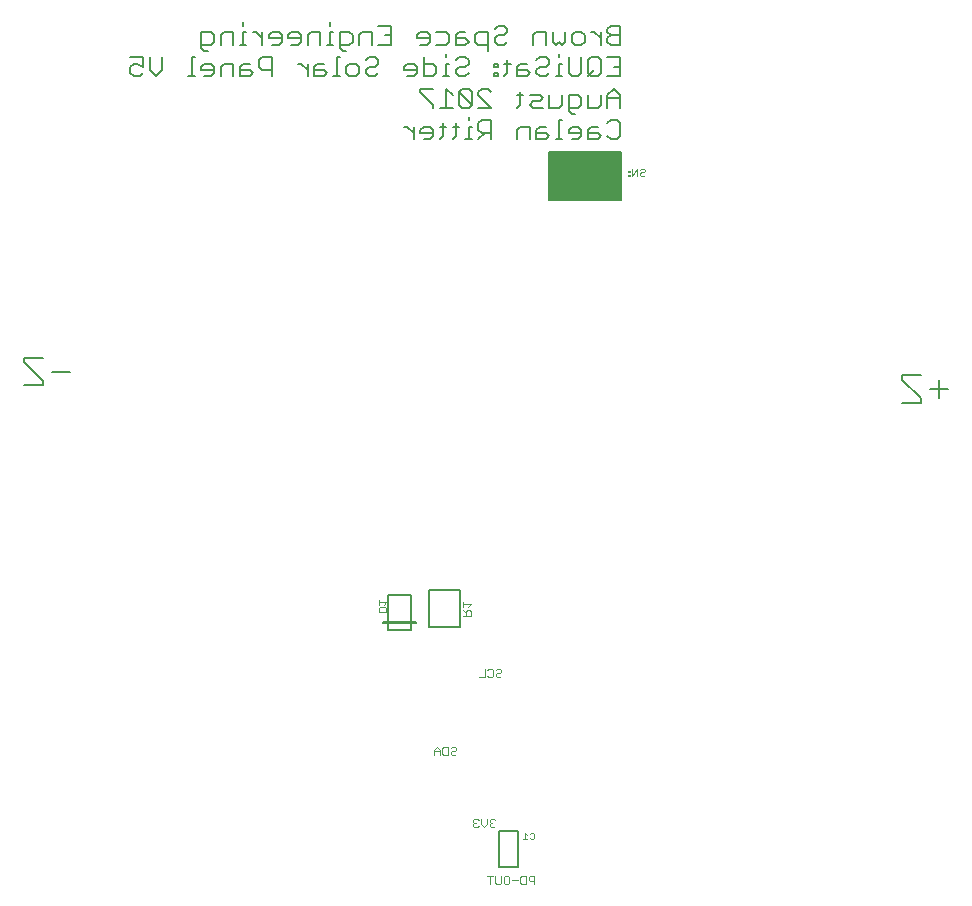
<source format=gbo>
G75*
%MOIN*%
%OFA0B0*%
%FSLAX25Y25*%
%IPPOS*%
%LPD*%
%AMOC8*
5,1,8,0,0,1.08239X$1,22.5*
%
%ADD10C,0.00600*%
%ADD11C,0.00800*%
%ADD12C,0.00200*%
%ADD13C,0.00500*%
%ADD14C,0.00300*%
D10*
X0251658Y0286879D02*
X0251658Y0302879D01*
X0275658Y0302879D01*
X0275658Y0286879D01*
X0251658Y0286879D01*
X0251658Y0287190D02*
X0275658Y0287190D01*
X0275658Y0287788D02*
X0251658Y0287788D01*
X0251658Y0288387D02*
X0275658Y0288387D01*
X0275658Y0288985D02*
X0251658Y0288985D01*
X0251658Y0289584D02*
X0275658Y0289584D01*
X0275658Y0290182D02*
X0251658Y0290182D01*
X0251658Y0290781D02*
X0275658Y0290781D01*
X0275658Y0291379D02*
X0251658Y0291379D01*
X0251658Y0291978D02*
X0275658Y0291978D01*
X0275658Y0292576D02*
X0251658Y0292576D01*
X0251658Y0293175D02*
X0275658Y0293175D01*
X0275658Y0293773D02*
X0251658Y0293773D01*
X0251658Y0294372D02*
X0275658Y0294372D01*
X0275658Y0294970D02*
X0251658Y0294970D01*
X0251658Y0295569D02*
X0275658Y0295569D01*
X0275658Y0296167D02*
X0251658Y0296167D01*
X0251658Y0296766D02*
X0275658Y0296766D01*
X0275658Y0297364D02*
X0251658Y0297364D01*
X0251658Y0297963D02*
X0275658Y0297963D01*
X0275658Y0298561D02*
X0251658Y0298561D01*
X0251658Y0299160D02*
X0275658Y0299160D01*
X0275658Y0299758D02*
X0251658Y0299758D01*
X0251658Y0300357D02*
X0275658Y0300357D01*
X0275658Y0300955D02*
X0251658Y0300955D01*
X0251658Y0301554D02*
X0275658Y0301554D01*
X0275658Y0302152D02*
X0251658Y0302152D01*
X0251658Y0302751D02*
X0275658Y0302751D01*
X0274306Y0307163D02*
X0272171Y0307163D01*
X0271104Y0308231D01*
X0268929Y0308231D02*
X0267861Y0309298D01*
X0264658Y0309298D01*
X0264658Y0310366D02*
X0264658Y0307163D01*
X0267861Y0307163D01*
X0268929Y0308231D01*
X0267861Y0311433D02*
X0265726Y0311433D01*
X0264658Y0310366D01*
X0262483Y0310366D02*
X0261415Y0311433D01*
X0259280Y0311433D01*
X0258213Y0310366D01*
X0258213Y0309298D01*
X0262483Y0309298D01*
X0262483Y0308231D02*
X0262483Y0310366D01*
X0262483Y0308231D02*
X0261415Y0307163D01*
X0259280Y0307163D01*
X0256038Y0307163D02*
X0253902Y0307163D01*
X0254970Y0307163D02*
X0254970Y0313568D01*
X0256038Y0313568D01*
X0258213Y0316595D02*
X0258213Y0321933D01*
X0261415Y0321933D01*
X0262483Y0320866D01*
X0262483Y0318731D01*
X0261415Y0317663D01*
X0258213Y0317663D01*
X0258213Y0316595D02*
X0259280Y0315528D01*
X0260348Y0315528D01*
X0264658Y0317663D02*
X0264658Y0321933D01*
X0264658Y0317663D02*
X0267861Y0317663D01*
X0268929Y0318731D01*
X0268929Y0321933D01*
X0271104Y0321933D02*
X0271104Y0317663D01*
X0271104Y0320866D02*
X0275374Y0320866D01*
X0275374Y0321933D02*
X0273239Y0324068D01*
X0271104Y0321933D01*
X0275374Y0321933D02*
X0275374Y0317663D01*
X0274306Y0313568D02*
X0275374Y0312501D01*
X0275374Y0308231D01*
X0274306Y0307163D01*
X0271104Y0312501D02*
X0272171Y0313568D01*
X0274306Y0313568D01*
X0256038Y0318731D02*
X0254970Y0317663D01*
X0251767Y0317663D01*
X0251767Y0321933D01*
X0249592Y0320866D02*
X0248524Y0321933D01*
X0245322Y0321933D01*
X0243147Y0321933D02*
X0241011Y0321933D01*
X0242079Y0323001D02*
X0242079Y0318731D01*
X0241011Y0317663D01*
X0245322Y0318731D02*
X0246389Y0319798D01*
X0248524Y0319798D01*
X0249592Y0320866D01*
X0249592Y0317663D02*
X0246389Y0317663D01*
X0245322Y0318731D01*
X0245295Y0311433D02*
X0242092Y0311433D01*
X0241025Y0310366D01*
X0241025Y0307163D01*
X0245295Y0307163D02*
X0245295Y0311433D01*
X0247470Y0310366D02*
X0247470Y0307163D01*
X0250673Y0307163D01*
X0251741Y0308231D01*
X0250673Y0309298D01*
X0247470Y0309298D01*
X0247470Y0310366D02*
X0248538Y0311433D01*
X0250673Y0311433D01*
X0256038Y0318731D02*
X0256038Y0321933D01*
X0256038Y0328163D02*
X0253902Y0328163D01*
X0254970Y0328163D02*
X0254970Y0332433D01*
X0256038Y0332433D01*
X0254970Y0334568D02*
X0254970Y0335636D01*
X0253909Y0338663D02*
X0252841Y0339731D01*
X0252841Y0342933D01*
X0250666Y0342933D02*
X0247464Y0342933D01*
X0246396Y0341866D01*
X0246396Y0338663D01*
X0250666Y0338663D02*
X0250666Y0342933D01*
X0253909Y0338663D02*
X0254977Y0339731D01*
X0256044Y0338663D01*
X0257112Y0339731D01*
X0257112Y0342933D01*
X0259287Y0341866D02*
X0260355Y0342933D01*
X0262490Y0342933D01*
X0263557Y0341866D01*
X0263557Y0339731D01*
X0262490Y0338663D01*
X0260355Y0338663D01*
X0259287Y0339731D01*
X0259287Y0341866D01*
X0265726Y0342933D02*
X0266793Y0342933D01*
X0268929Y0340798D01*
X0268929Y0338663D02*
X0268929Y0342933D01*
X0271104Y0342933D02*
X0272171Y0341866D01*
X0275374Y0341866D01*
X0275374Y0345068D02*
X0275374Y0338663D01*
X0272171Y0338663D01*
X0271104Y0339731D01*
X0271104Y0340798D01*
X0272171Y0341866D01*
X0271104Y0342933D02*
X0271104Y0344001D01*
X0272171Y0345068D01*
X0275374Y0345068D01*
X0275374Y0334568D02*
X0271104Y0334568D01*
X0268929Y0333501D02*
X0267861Y0334568D01*
X0265726Y0334568D01*
X0264658Y0333501D01*
X0264658Y0329231D01*
X0265726Y0328163D01*
X0267861Y0328163D01*
X0268929Y0329231D01*
X0268929Y0333501D01*
X0266793Y0330298D02*
X0264658Y0328163D01*
X0262483Y0329231D02*
X0261415Y0328163D01*
X0259280Y0328163D01*
X0258213Y0329231D01*
X0258213Y0334568D01*
X0262483Y0334568D02*
X0262483Y0329231D01*
X0271104Y0328163D02*
X0275374Y0328163D01*
X0275374Y0334568D01*
X0275374Y0331366D02*
X0273239Y0331366D01*
X0251741Y0332433D02*
X0250673Y0331366D01*
X0248538Y0331366D01*
X0247470Y0330298D01*
X0247470Y0329231D01*
X0248538Y0328163D01*
X0250673Y0328163D01*
X0251741Y0329231D01*
X0251741Y0332433D02*
X0251741Y0333501D01*
X0250673Y0334568D01*
X0248538Y0334568D01*
X0247470Y0333501D01*
X0244227Y0332433D02*
X0242092Y0332433D01*
X0241025Y0331366D01*
X0241025Y0328163D01*
X0244227Y0328163D01*
X0245295Y0329231D01*
X0244227Y0330298D01*
X0241025Y0330298D01*
X0238850Y0332433D02*
X0236714Y0332433D01*
X0237782Y0333501D02*
X0237782Y0329231D01*
X0236714Y0328163D01*
X0234553Y0328163D02*
X0234553Y0329231D01*
X0233485Y0329231D01*
X0233485Y0328163D01*
X0234553Y0328163D01*
X0234553Y0331366D02*
X0234553Y0332433D01*
X0233485Y0332433D01*
X0233485Y0331366D01*
X0234553Y0331366D01*
X0231330Y0336528D02*
X0231330Y0342933D01*
X0228127Y0342933D01*
X0227059Y0341866D01*
X0227059Y0339731D01*
X0228127Y0338663D01*
X0231330Y0338663D01*
X0233505Y0339731D02*
X0234573Y0338663D01*
X0236708Y0338663D01*
X0237775Y0339731D01*
X0236708Y0341866D02*
X0234573Y0341866D01*
X0233505Y0340798D01*
X0233505Y0339731D01*
X0236708Y0341866D02*
X0237775Y0342933D01*
X0237775Y0344001D01*
X0236708Y0345068D01*
X0234573Y0345068D01*
X0233505Y0344001D01*
X0224884Y0339731D02*
X0223817Y0340798D01*
X0220614Y0340798D01*
X0220614Y0341866D02*
X0220614Y0338663D01*
X0223817Y0338663D01*
X0224884Y0339731D01*
X0223817Y0342933D02*
X0221682Y0342933D01*
X0220614Y0341866D01*
X0218439Y0341866D02*
X0218439Y0339731D01*
X0217371Y0338663D01*
X0214168Y0338663D01*
X0211993Y0339731D02*
X0211993Y0341866D01*
X0210926Y0342933D01*
X0208791Y0342933D01*
X0207723Y0341866D01*
X0207723Y0340798D01*
X0211993Y0340798D01*
X0211993Y0339731D02*
X0210926Y0338663D01*
X0208791Y0338663D01*
X0209871Y0334568D02*
X0209871Y0328163D01*
X0213074Y0328163D01*
X0214142Y0329231D01*
X0214142Y0331366D01*
X0213074Y0332433D01*
X0209871Y0332433D01*
X0207696Y0331366D02*
X0206629Y0332433D01*
X0204494Y0332433D01*
X0203426Y0331366D01*
X0203426Y0330298D01*
X0207696Y0330298D01*
X0207696Y0329231D02*
X0207696Y0331366D01*
X0207696Y0329231D02*
X0206629Y0328163D01*
X0204494Y0328163D01*
X0208797Y0324068D02*
X0208797Y0323001D01*
X0213068Y0318731D01*
X0213068Y0317663D01*
X0215243Y0317663D02*
X0219513Y0317663D01*
X0217378Y0317663D02*
X0217378Y0324068D01*
X0219513Y0321933D01*
X0221688Y0323001D02*
X0222756Y0324068D01*
X0224891Y0324068D01*
X0225959Y0323001D01*
X0225959Y0318731D01*
X0221688Y0323001D01*
X0221688Y0318731D01*
X0222756Y0317663D01*
X0224891Y0317663D01*
X0225959Y0318731D01*
X0228134Y0317663D02*
X0232404Y0317663D01*
X0228134Y0321933D01*
X0228134Y0323001D01*
X0229201Y0324068D01*
X0231336Y0324068D01*
X0232404Y0323001D01*
X0224891Y0314636D02*
X0224891Y0313568D01*
X0224891Y0311433D02*
X0224891Y0307163D01*
X0225959Y0307163D02*
X0223823Y0307163D01*
X0220594Y0308231D02*
X0220594Y0312501D01*
X0221662Y0311433D02*
X0219526Y0311433D01*
X0217365Y0311433D02*
X0215229Y0311433D01*
X0216297Y0312501D02*
X0216297Y0308231D01*
X0215229Y0307163D01*
X0213068Y0308231D02*
X0213068Y0310366D01*
X0212000Y0311433D01*
X0209865Y0311433D01*
X0208797Y0310366D01*
X0208797Y0309298D01*
X0213068Y0309298D01*
X0213068Y0308231D02*
X0212000Y0307163D01*
X0209865Y0307163D01*
X0206622Y0307163D02*
X0206622Y0311433D01*
X0206622Y0309298D02*
X0204487Y0311433D01*
X0203419Y0311433D01*
X0208797Y0324068D02*
X0213068Y0324068D01*
X0216304Y0328163D02*
X0218439Y0328163D01*
X0217371Y0328163D02*
X0217371Y0332433D01*
X0218439Y0332433D01*
X0217371Y0334568D02*
X0217371Y0335636D01*
X0220614Y0333501D02*
X0221682Y0334568D01*
X0223817Y0334568D01*
X0224884Y0333501D01*
X0224884Y0332433D01*
X0223817Y0331366D01*
X0221682Y0331366D01*
X0220614Y0330298D01*
X0220614Y0329231D01*
X0221682Y0328163D01*
X0223817Y0328163D01*
X0224884Y0329231D01*
X0218439Y0341866D02*
X0217371Y0342933D01*
X0214168Y0342933D01*
X0199102Y0341866D02*
X0196967Y0341866D01*
X0194832Y0345068D02*
X0199102Y0345068D01*
X0199102Y0338663D01*
X0194832Y0338663D01*
X0192657Y0338663D02*
X0192657Y0342933D01*
X0189454Y0342933D01*
X0188386Y0341866D01*
X0188386Y0338663D01*
X0186211Y0339731D02*
X0185144Y0338663D01*
X0181941Y0338663D01*
X0181941Y0337595D02*
X0181941Y0342933D01*
X0185144Y0342933D01*
X0186211Y0341866D01*
X0186211Y0339731D01*
X0184076Y0336528D02*
X0183009Y0336528D01*
X0181941Y0337595D01*
X0179766Y0338663D02*
X0177631Y0338663D01*
X0178698Y0338663D02*
X0178698Y0342933D01*
X0179766Y0342933D01*
X0178698Y0345068D02*
X0178698Y0346136D01*
X0175469Y0342933D02*
X0175469Y0338663D01*
X0175469Y0342933D02*
X0172266Y0342933D01*
X0171198Y0341866D01*
X0171198Y0338663D01*
X0169023Y0339731D02*
X0169023Y0341866D01*
X0167956Y0342933D01*
X0165821Y0342933D01*
X0164753Y0341866D01*
X0164753Y0340798D01*
X0169023Y0340798D01*
X0169023Y0339731D02*
X0167956Y0338663D01*
X0165821Y0338663D01*
X0162578Y0339731D02*
X0162578Y0341866D01*
X0161510Y0342933D01*
X0159375Y0342933D01*
X0158308Y0341866D01*
X0158308Y0340798D01*
X0162578Y0340798D01*
X0162578Y0339731D02*
X0161510Y0338663D01*
X0159375Y0338663D01*
X0156132Y0338663D02*
X0156132Y0342933D01*
X0156132Y0340798D02*
X0153997Y0342933D01*
X0152930Y0342933D01*
X0150761Y0342933D02*
X0149694Y0342933D01*
X0149694Y0338663D01*
X0150761Y0338663D02*
X0148626Y0338663D01*
X0146464Y0338663D02*
X0146464Y0342933D01*
X0143261Y0342933D01*
X0142194Y0341866D01*
X0142194Y0338663D01*
X0140019Y0339731D02*
X0138951Y0338663D01*
X0135748Y0338663D01*
X0135748Y0337595D02*
X0135748Y0342933D01*
X0138951Y0342933D01*
X0140019Y0341866D01*
X0140019Y0339731D01*
X0137883Y0336528D02*
X0136816Y0336528D01*
X0135748Y0337595D01*
X0133573Y0334568D02*
X0132506Y0334568D01*
X0132506Y0328163D01*
X0133573Y0328163D02*
X0131438Y0328163D01*
X0135748Y0330298D02*
X0140019Y0330298D01*
X0140019Y0329231D02*
X0140019Y0331366D01*
X0138951Y0332433D01*
X0136816Y0332433D01*
X0135748Y0331366D01*
X0135748Y0330298D01*
X0136816Y0328163D02*
X0138951Y0328163D01*
X0140019Y0329231D01*
X0142194Y0328163D02*
X0142194Y0331366D01*
X0143261Y0332433D01*
X0146464Y0332433D01*
X0146464Y0328163D01*
X0148639Y0328163D02*
X0151842Y0328163D01*
X0152910Y0329231D01*
X0151842Y0330298D01*
X0148639Y0330298D01*
X0148639Y0331366D02*
X0148639Y0328163D01*
X0148639Y0331366D02*
X0149707Y0332433D01*
X0151842Y0332433D01*
X0155085Y0333501D02*
X0155085Y0331366D01*
X0156152Y0330298D01*
X0159355Y0330298D01*
X0159355Y0328163D02*
X0159355Y0334568D01*
X0156152Y0334568D01*
X0155085Y0333501D01*
X0149694Y0345068D02*
X0149694Y0346136D01*
X0167969Y0332433D02*
X0169037Y0332433D01*
X0171172Y0330298D01*
X0171172Y0328163D02*
X0171172Y0332433D01*
X0173347Y0331366D02*
X0173347Y0328163D01*
X0176550Y0328163D01*
X0177617Y0329231D01*
X0176550Y0330298D01*
X0173347Y0330298D01*
X0173347Y0331366D02*
X0174415Y0332433D01*
X0176550Y0332433D01*
X0180847Y0334568D02*
X0180847Y0328163D01*
X0181914Y0328163D02*
X0179779Y0328163D01*
X0184089Y0329231D02*
X0184089Y0331366D01*
X0185157Y0332433D01*
X0187292Y0332433D01*
X0188360Y0331366D01*
X0188360Y0329231D01*
X0187292Y0328163D01*
X0185157Y0328163D01*
X0184089Y0329231D01*
X0181914Y0334568D02*
X0180847Y0334568D01*
X0190535Y0333501D02*
X0191603Y0334568D01*
X0193738Y0334568D01*
X0194805Y0333501D01*
X0194805Y0332433D01*
X0193738Y0331366D01*
X0191603Y0331366D01*
X0190535Y0330298D01*
X0190535Y0329231D01*
X0191603Y0328163D01*
X0193738Y0328163D01*
X0194805Y0329231D01*
X0219526Y0307163D02*
X0220594Y0308231D01*
X0224891Y0311433D02*
X0225959Y0311433D01*
X0228134Y0310366D02*
X0229201Y0309298D01*
X0232404Y0309298D01*
X0232404Y0307163D02*
X0232404Y0313568D01*
X0229201Y0313568D01*
X0228134Y0312501D01*
X0228134Y0310366D01*
X0230269Y0309298D02*
X0228134Y0307163D01*
X0122831Y0330298D02*
X0120695Y0328163D01*
X0118560Y0330298D01*
X0118560Y0334568D01*
X0116385Y0334568D02*
X0116385Y0331366D01*
X0114250Y0332433D01*
X0113182Y0332433D01*
X0112115Y0331366D01*
X0112115Y0329231D01*
X0113182Y0328163D01*
X0115318Y0328163D01*
X0116385Y0329231D01*
X0116385Y0334568D02*
X0112115Y0334568D01*
X0122831Y0334568D02*
X0122831Y0330298D01*
D11*
X0082931Y0234321D02*
X0076792Y0234321D01*
X0076792Y0232787D01*
X0082931Y0226648D01*
X0082931Y0225113D01*
X0076792Y0225113D01*
X0086000Y0229717D02*
X0092139Y0229717D01*
X0369400Y0228573D02*
X0369400Y0227039D01*
X0375539Y0220900D01*
X0375539Y0219365D01*
X0369400Y0219365D01*
X0369400Y0228573D02*
X0375539Y0228573D01*
X0378608Y0223969D02*
X0384746Y0223969D01*
X0381677Y0227039D02*
X0381677Y0220900D01*
D12*
X0283669Y0295279D02*
X0283242Y0294853D01*
X0282389Y0294853D01*
X0281963Y0295279D01*
X0281963Y0295705D01*
X0282389Y0296132D01*
X0283242Y0296132D01*
X0283669Y0296558D01*
X0283669Y0296984D01*
X0283242Y0297411D01*
X0282389Y0297411D01*
X0281963Y0296984D01*
X0281131Y0297411D02*
X0279426Y0294853D01*
X0279426Y0297411D01*
X0278593Y0296558D02*
X0278593Y0296132D01*
X0278167Y0296132D01*
X0278167Y0296558D01*
X0278593Y0296558D01*
X0278593Y0295279D02*
X0278593Y0294853D01*
X0278167Y0294853D01*
X0278167Y0295279D01*
X0278593Y0295279D01*
X0281131Y0294853D02*
X0281131Y0297411D01*
X0197450Y0152908D02*
X0194892Y0152908D01*
X0194892Y0152055D02*
X0194892Y0153761D01*
X0196598Y0152055D02*
X0197450Y0152908D01*
X0197024Y0151223D02*
X0197450Y0150797D01*
X0197450Y0149518D01*
X0194892Y0149518D01*
X0194892Y0150797D01*
X0195318Y0151223D01*
X0197024Y0151223D01*
X0230270Y0130671D02*
X0230270Y0127869D01*
X0228402Y0127869D01*
X0231164Y0128336D02*
X0231631Y0127869D01*
X0232565Y0127869D01*
X0233032Y0128336D01*
X0233032Y0130204D01*
X0232565Y0130671D01*
X0231631Y0130671D01*
X0231164Y0130204D01*
X0233926Y0130204D02*
X0234393Y0130671D01*
X0235327Y0130671D01*
X0235794Y0130204D01*
X0235794Y0129737D01*
X0235327Y0129270D01*
X0234393Y0129270D01*
X0233926Y0128803D01*
X0233926Y0128336D01*
X0234393Y0127869D01*
X0235327Y0127869D01*
X0235794Y0128336D01*
X0220280Y0104702D02*
X0220747Y0104235D01*
X0220747Y0103768D01*
X0220280Y0103301D01*
X0219346Y0103301D01*
X0218879Y0102834D01*
X0218879Y0102367D01*
X0219346Y0101900D01*
X0220280Y0101900D01*
X0220747Y0102367D01*
X0220280Y0104702D02*
X0219346Y0104702D01*
X0218879Y0104235D01*
X0217985Y0104702D02*
X0216584Y0104702D01*
X0216117Y0104235D01*
X0216117Y0102367D01*
X0216584Y0101900D01*
X0217985Y0101900D01*
X0217985Y0104702D01*
X0215223Y0103768D02*
X0215223Y0101900D01*
X0215223Y0103301D02*
X0213354Y0103301D01*
X0213354Y0103768D02*
X0213354Y0101900D01*
X0213354Y0103768D02*
X0214288Y0104702D01*
X0215223Y0103768D01*
X0226821Y0080702D02*
X0226354Y0080235D01*
X0226354Y0079768D01*
X0226821Y0079301D01*
X0226354Y0078834D01*
X0226354Y0078367D01*
X0226821Y0077900D01*
X0227755Y0077900D01*
X0228223Y0078367D01*
X0229117Y0078834D02*
X0229117Y0080702D01*
X0228223Y0080235D02*
X0227755Y0080702D01*
X0226821Y0080702D01*
X0226821Y0079301D02*
X0227288Y0079301D01*
X0229117Y0078834D02*
X0230051Y0077900D01*
X0230985Y0078834D01*
X0230985Y0080702D01*
X0231879Y0080235D02*
X0231879Y0079768D01*
X0232346Y0079301D01*
X0231879Y0078834D01*
X0231879Y0078367D01*
X0232346Y0077900D01*
X0233280Y0077900D01*
X0233747Y0078367D01*
X0232813Y0079301D02*
X0232346Y0079301D01*
X0231879Y0080235D02*
X0232346Y0080702D01*
X0233280Y0080702D01*
X0233747Y0080235D01*
X0243727Y0076105D02*
X0243727Y0073804D01*
X0244494Y0073804D02*
X0242959Y0073804D01*
X0244494Y0075338D02*
X0243727Y0076105D01*
X0245261Y0075722D02*
X0245645Y0076105D01*
X0246412Y0076105D01*
X0246796Y0075722D01*
X0246796Y0074187D01*
X0246412Y0073804D01*
X0245645Y0073804D01*
X0245261Y0074187D01*
X0245346Y0061702D02*
X0244879Y0061235D01*
X0244879Y0060301D01*
X0245346Y0059834D01*
X0246747Y0059834D01*
X0246747Y0058900D02*
X0246747Y0061702D01*
X0245346Y0061702D01*
X0243985Y0061702D02*
X0242584Y0061702D01*
X0242117Y0061235D01*
X0242117Y0059367D01*
X0242584Y0058900D01*
X0243985Y0058900D01*
X0243985Y0061702D01*
X0241223Y0060301D02*
X0239354Y0060301D01*
X0238460Y0059367D02*
X0237993Y0058900D01*
X0237059Y0058900D01*
X0236592Y0059367D01*
X0236592Y0061235D01*
X0237059Y0061702D01*
X0237993Y0061702D01*
X0238460Y0061235D01*
X0238460Y0059367D01*
X0235698Y0059367D02*
X0235698Y0061702D01*
X0233830Y0061702D02*
X0233830Y0059367D01*
X0234297Y0058900D01*
X0235231Y0058900D01*
X0235698Y0059367D01*
X0232935Y0061702D02*
X0231067Y0061702D01*
X0232001Y0061702D02*
X0232001Y0058900D01*
D13*
X0205784Y0143501D02*
X0197910Y0143501D01*
X0197910Y0145863D01*
X0197910Y0146257D01*
X0196335Y0146257D01*
X0196335Y0145863D01*
X0207359Y0145863D01*
X0207359Y0146257D01*
X0205784Y0146257D01*
X0197910Y0146257D01*
X0197910Y0155312D01*
X0205784Y0155312D01*
X0205784Y0146257D01*
X0205784Y0145863D01*
X0197910Y0145863D01*
X0205784Y0145863D02*
X0205784Y0143501D01*
X0211729Y0144501D02*
X0221965Y0144501D01*
X0221965Y0157099D01*
X0211729Y0157099D01*
X0211729Y0144501D01*
X0234938Y0076757D02*
X0241450Y0076757D01*
X0241450Y0064733D01*
X0234938Y0064733D01*
X0234938Y0076757D01*
D14*
X0225755Y0148257D02*
X0225755Y0149683D01*
X0225279Y0150158D01*
X0224329Y0150158D01*
X0223853Y0149683D01*
X0223853Y0148257D01*
X0222903Y0148257D02*
X0225755Y0148257D01*
X0223853Y0149208D02*
X0222903Y0150158D01*
X0222903Y0151157D02*
X0222903Y0153059D01*
X0222903Y0152108D02*
X0225755Y0152108D01*
X0224804Y0151157D01*
M02*

</source>
